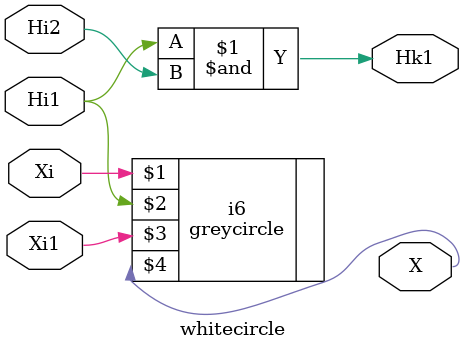
<source format=v>
`timescale 1ns / 1ps


module whitecircle(Xi,Hi1,Xi1,Hi2,X,Hk1);
input Xi,Hi1,Xi1,Hi2;
output X,Hk1;
and i5(Hk1,Hi1,Hi2);
greycircle i6(Xi,Hi1,Xi1,X);

endmodule

</source>
